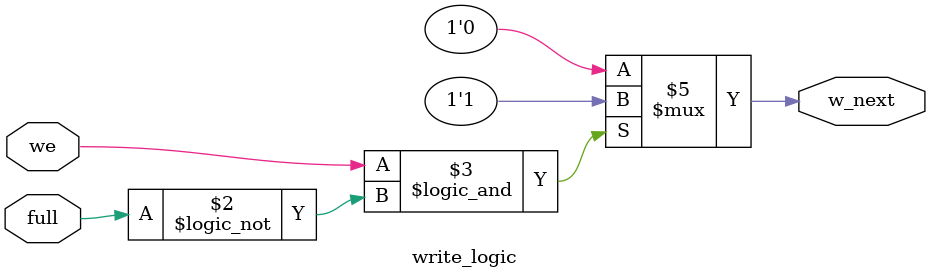
<source format=v>

module write_logic (
    input       we,              // Write enable
    input       full,            // Full
    output reg  w_next);         // Write next

    //If FIFO full write counter should not increment
    always @(*) begin
        if (we && (!full))
            w_next=1;
        else
            w_next=0;
    end

endmodule
</source>
